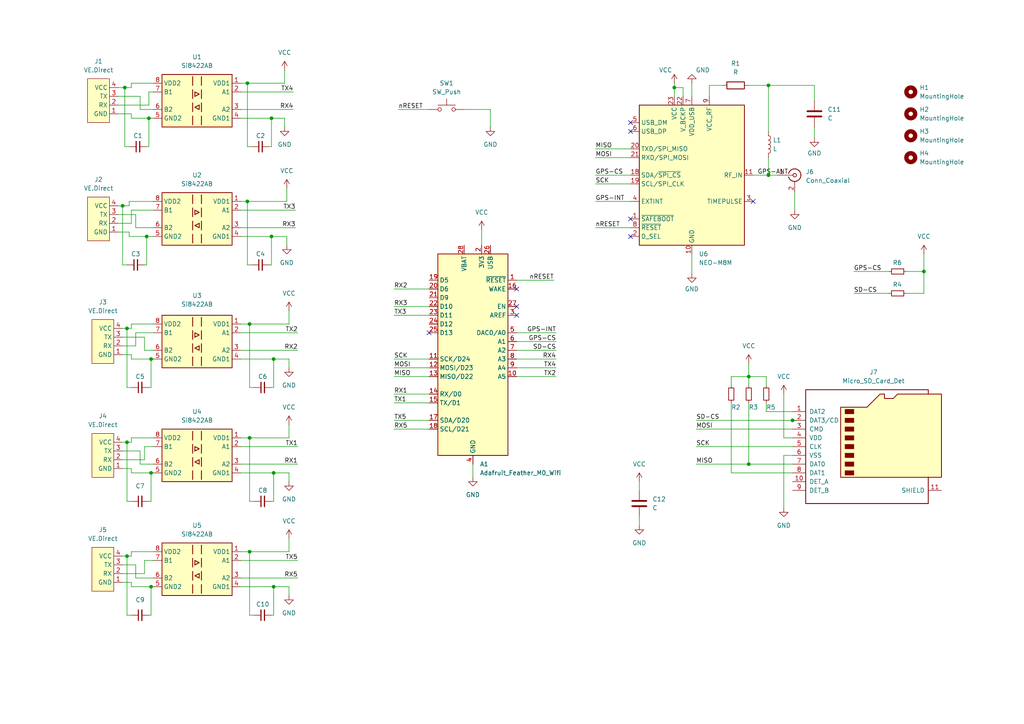
<source format=kicad_sch>
(kicad_sch (version 20211123) (generator eeschema)
  (paper "A4")
  (lib_symbols
    (symbol "Connector:Conn_Coaxial" (pin_names (offset 1.016) hide)
      (property "Reference" "J" (at 0.254 3.048 0))
      (property "Value" "Conn_Coaxial" (at 2.921 0 90))
      (symbol "Conn_Coaxial_0_1"
        (arc (start -1.778 -0.508) (mid 0.2311 -1.8066) (end 1.778 0) (stroke (width 0.254)))
        (polyline (pts (xy -2.54 0) (xy -0.508 0)))
        (polyline (pts (xy 0 -2.54) (xy 0 -1.778)))
        (circle (center 0 0) (radius 0.508) (stroke (width 0.2032)))
        (arc (start 1.778 0) (mid 0.2099 1.8101) (end -1.778 0.508) (stroke (width 0.254)))
      )
      (symbol "Conn_Coaxial_1_1"
        (pin passive line (at -5.08 0 0) (length 2.54) (name "In") (number "1"))
        (pin passive line (at 0 -5.08 90) (length 2.54) (name "Ext") (number "2"))
      )
    )
    (symbol "Connector:Micro_SD_Card_Det" (pin_names (offset 1.016))
      (property "Reference" "J" (at -16.51 17.78 0))
      (property "Value" "Micro_SD_Card_Det" (at 16.51 17.78 0))
      (symbol "Micro_SD_Card_Det_0_1"
        (rectangle (start -7.62 -6.985) (end -5.08 -8.255) (fill (type outline)))
        (rectangle (start -7.62 -4.445) (end -5.08 -5.715) (fill (type outline)))
        (rectangle (start -7.62 -1.905) (end -5.08 -3.175) (fill (type outline)))
        (rectangle (start -7.62 0.635) (end -5.08 -0.635) (fill (type outline)))
        (rectangle (start -7.62 3.175) (end -5.08 1.905) (fill (type outline)))
        (rectangle (start -7.62 5.715) (end -5.08 4.445) (fill (type outline)))
        (rectangle (start -7.62 8.255) (end -5.08 6.985) (fill (type outline)))
        (rectangle (start -7.62 10.795) (end -5.08 9.525) (fill (type outline)))
        (polyline (pts (xy 16.51 15.24) (xy 16.51 16.51) (xy -19.05 16.51) (xy -19.05 -16.51) (xy 16.51 -16.51) (xy 16.51 -8.89)) (stroke (width 0.254)))
        (polyline (pts (xy -8.89 -8.89) (xy -8.89 11.43) (xy -1.27 11.43) (xy 2.54 15.24) (xy 3.81 15.24) (xy 3.81 13.97) (xy 6.35 13.97) (xy 7.62 15.24) (xy 20.32 15.24) (xy 20.32 -8.89) (xy -8.89 -8.89)) (stroke (width 0.254)) (fill (type background)))
      )
      (symbol "Micro_SD_Card_Det_1_1"
        (pin bidirectional line (at -22.86 10.16 0) (length 3.81) (name "DAT2") (number "1"))
        (pin passive line (at -22.86 -10.16 0) (length 3.81) (name "DET_A") (number "10"))
        (pin passive line (at 20.32 -12.7 180) (length 3.81) (name "SHIELD") (number "11"))
        (pin bidirectional line (at -22.86 7.62 0) (length 3.81) (name "DAT3/CD") (number "2"))
        (pin input line (at -22.86 5.08 0) (length 3.81) (name "CMD") (number "3"))
        (pin power_in line (at -22.86 2.54 0) (length 3.81) (name "VDD") (number "4"))
        (pin input line (at -22.86 0 0) (length 3.81) (name "CLK") (number "5"))
        (pin power_in line (at -22.86 -2.54 0) (length 3.81) (name "VSS") (number "6"))
        (pin bidirectional line (at -22.86 -5.08 0) (length 3.81) (name "DAT0") (number "7"))
        (pin bidirectional line (at -22.86 -7.62 0) (length 3.81) (name "DAT1") (number "8"))
        (pin passive line (at -22.86 -12.7 0) (length 3.81) (name "DET_B") (number "9"))
      )
    )
    (symbol "Device:C" (pin_numbers hide) (pin_names (offset 0.254))
      (property "Reference" "C" (at 0.635 2.54 0))
      (property "Value" "C" (at 0.635 -2.54 0))
      (symbol "C_0_1"
        (polyline (pts (xy -2.032 -0.762) (xy 2.032 -0.762)) (stroke (width 0.508)))
        (polyline (pts (xy -2.032 0.762) (xy 2.032 0.762)) (stroke (width 0.508)))
      )
      (symbol "C_1_1"
        (pin passive line (at 0 3.81 270) (length 2.794) (name "~") (number "1"))
        (pin passive line (at 0 -3.81 90) (length 2.794) (name "~") (number "2"))
      )
    )
    (symbol "Device:C_Small" (pin_numbers hide) (pin_names (offset 0.254) hide)
      (property "Reference" "C" (at 0.254 1.778 0))
      (property "Value" "C_Small" (at 0.254 -2.032 0))
      (symbol "C_Small_0_1"
        (polyline (pts (xy -1.524 -0.508) (xy 1.524 -0.508)) (stroke (width 0.3302)))
        (polyline (pts (xy -1.524 0.508) (xy 1.524 0.508)) (stroke (width 0.3048)))
      )
      (symbol "C_Small_1_1"
        (pin passive line (at 0 2.54 270) (length 2.032) (name "~") (number "1"))
        (pin passive line (at 0 -2.54 90) (length 2.032) (name "~") (number "2"))
      )
    )
    (symbol "Device:L" (pin_numbers hide) (pin_names (offset 1.016) hide)
      (property "Reference" "L" (at -1.27 0 90))
      (property "Value" "L" (at 1.905 0 90))
      (symbol "L_0_1"
        (arc (start 0 -2.54) (mid 0.635 -1.905) (end 0 -1.27))
        (arc (start 0 -1.27) (mid 0.635 -0.635) (end 0 0))
        (arc (start 0 0) (mid 0.635 0.635) (end 0 1.27))
        (arc (start 0 1.27) (mid 0.635 1.905) (end 0 2.54))
      )
      (symbol "L_1_1"
        (pin passive line (at 0 3.81 270) (length 1.27) (name "1") (number "1"))
        (pin passive line (at 0 -3.81 90) (length 1.27) (name "2") (number "2"))
      )
    )
    (symbol "Device:R" (pin_numbers hide) (pin_names (offset 0))
      (property "Reference" "R" (at 2.032 0 90))
      (property "Value" "R" (at 0 0 90))
      (symbol "R_0_1"
        (rectangle (start -1.016 -2.54) (end 1.016 2.54) (stroke (width 0.254)))
      )
      (symbol "R_1_1"
        (pin passive line (at 0 3.81 270) (length 1.27) (name "~") (number "1"))
        (pin passive line (at 0 -3.81 90) (length 1.27) (name "~") (number "2"))
      )
    )
    (symbol "Device:R_Small" (pin_numbers hide) (pin_names (offset 0.254) hide)
      (property "Reference" "R" (at 0.762 0.508 0))
      (property "Value" "R_Small" (at 0.762 -1.016 0))
      (symbol "R_Small_0_1"
        (rectangle (start -0.762 1.778) (end 0.762 -1.778) (stroke (width 0.2032)))
      )
      (symbol "R_Small_1_1"
        (pin passive line (at 0 2.54 270) (length 0.762) (name "~") (number "1"))
        (pin passive line (at 0 -2.54 90) (length 0.762) (name "~") (number "2"))
      )
    )
    (symbol "Isolator:Si8422AB"
      (property "Reference" "U" (at -9.525 0 0))
      (property "Value" "Si8422AB" (at 5.715 0 0))
      (symbol "Si8422AB_0_1"
        (rectangle (start -10.16 -1.27) (end 10.16 -16.51) (stroke (width 0.254)) (fill (type background)))
        (polyline (pts (xy -1.27 -13.335) (xy -1.27 -15.875)) (stroke (width 0.254)))
        (polyline (pts (xy -1.27 -9.525) (xy -1.27 -12.065)) (stroke (width 0.254)))
        (polyline (pts (xy -1.27 -5.715) (xy -1.27 -8.255)) (stroke (width 0.254)))
        (polyline (pts (xy -1.27 -1.905) (xy -1.27 -4.445)) (stroke (width 0.254)))
        (polyline (pts (xy 1.27 -13.335) (xy 1.27 -15.875)) (stroke (width 0.254)))
        (polyline (pts (xy 1.27 -9.525) (xy 1.27 -12.065)) (stroke (width 0.254)))
        (polyline (pts (xy 1.27 -5.715) (xy 1.27 -8.255)) (stroke (width 0.254)))
        (polyline (pts (xy 1.27 -1.905) (xy 1.27 -4.445)) (stroke (width 0.254)))
        (polyline (pts (xy -0.635 -10.16) (xy -0.635 -11.43) (xy 0.635 -10.795) (xy -0.635 -10.16)) (stroke (width 0.254)))
        (polyline (pts (xy 0.635 -7.62) (xy -0.635 -6.985) (xy 0.635 -6.35) (xy 0.635 -7.62)) (stroke (width 0.254)))
      )
      (symbol "Si8422AB_1_1"
        (pin power_in line (at -12.7 -3.81 0) (length 2.54) (name "VDD1") (number "1"))
        (pin output line (at -12.7 -6.35 0) (length 2.54) (name "A1") (number "2"))
        (pin input line (at -12.7 -11.43 0) (length 2.54) (name "A2") (number "3"))
        (pin power_in line (at -12.7 -13.97 0) (length 2.54) (name "GND1") (number "4"))
        (pin power_in line (at 12.7 -13.97 180) (length 2.54) (name "GND2") (number "5"))
        (pin output line (at 12.7 -11.43 180) (length 2.54) (name "B2") (number "6"))
        (pin input line (at 12.7 -6.35 180) (length 2.54) (name "B1") (number "7"))
        (pin power_in line (at 12.7 -3.81 180) (length 2.54) (name "VDD2") (number "8"))
      )
    )
    (symbol "MCU_Module:Adafruit_Feather_M0_Wifi"
      (property "Reference" "A" (at -10.16 29.21 0))
      (property "Value" "Adafruit_Feather_M0_Wifi" (at 2.54 -31.75 0))
      (symbol "Adafruit_Feather_M0_Wifi_0_1"
        (rectangle (start -10.16 27.94) (end 10.16 -30.48) (stroke (width 0.254)) (fill (type background)))
      )
      (symbol "Adafruit_Feather_M0_Wifi_1_1"
        (pin input line (at 12.7 20.32 180) (length 2.54) (name "~{RESET}") (number "1"))
        (pin bidirectional line (at 12.7 -7.62 180) (length 2.54) (name "A5") (number "10"))
        (pin bidirectional line (at -12.7 -2.54 0) (length 2.54) (name "SCK/D24") (number "11"))
        (pin bidirectional line (at -12.7 -5.08 0) (length 2.54) (name "MOSI/D23") (number "12"))
        (pin bidirectional line (at -12.7 -7.62 0) (length 2.54) (name "MISO/D22") (number "13"))
        (pin bidirectional line (at -12.7 -12.7 0) (length 2.54) (name "RX/D0") (number "14"))
        (pin bidirectional line (at -12.7 -15.24 0) (length 2.54) (name "TX/D1") (number "15"))
        (pin input line (at 12.7 17.78 180) (length 2.54) (name "WAKE") (number "16"))
        (pin bidirectional line (at -12.7 -20.32 0) (length 2.54) (name "SDA/D20") (number "17"))
        (pin bidirectional line (at -12.7 -22.86 0) (length 2.54) (name "SCL/D21") (number "18"))
        (pin bidirectional line (at -12.7 20.32 0) (length 2.54) (name "D5") (number "19"))
        (pin power_in line (at 2.54 30.48 270) (length 2.54) (name "3V3") (number "2"))
        (pin bidirectional line (at -12.7 17.78 0) (length 2.54) (name "D6") (number "20"))
        (pin bidirectional line (at -12.7 15.24 0) (length 2.54) (name "D9") (number "21"))
        (pin bidirectional line (at -12.7 12.7 0) (length 2.54) (name "D10") (number "22"))
        (pin bidirectional line (at -12.7 10.16 0) (length 2.54) (name "D11") (number "23"))
        (pin bidirectional line (at -12.7 7.62 0) (length 2.54) (name "D12") (number "24"))
        (pin bidirectional line (at -12.7 5.08 0) (length 2.54) (name "D13") (number "25"))
        (pin power_in line (at 5.08 30.48 270) (length 2.54) (name "USB") (number "26"))
        (pin input line (at 12.7 12.7 180) (length 2.54) (name "EN") (number "27"))
        (pin power_in line (at -2.54 30.48 270) (length 2.54) (name "VBAT") (number "28"))
        (pin input line (at 12.7 10.16 180) (length 2.54) (name "AREF") (number "3"))
        (pin power_in line (at 0 -33.02 90) (length 2.54) (name "GND") (number "4"))
        (pin bidirectional line (at 12.7 5.08 180) (length 2.54) (name "DAC0/A0") (number "5"))
        (pin bidirectional line (at 12.7 2.54 180) (length 2.54) (name "A1") (number "6"))
        (pin bidirectional line (at 12.7 0 180) (length 2.54) (name "A2") (number "7"))
        (pin bidirectional line (at 12.7 -2.54 180) (length 2.54) (name "A3") (number "8"))
        (pin bidirectional line (at 12.7 -5.08 180) (length 2.54) (name "A4") (number "9"))
      )
    )
    (symbol "Mechanical:MountingHole" (pin_names (offset 1.016))
      (property "Reference" "H" (at 0 5.08 0))
      (property "Value" "MountingHole" (at 0 3.175 0))
      (symbol "MountingHole_0_1"
        (circle (center 0 0) (radius 1.27) (stroke (width 1.27)))
      )
    )
    (symbol "Parts:VE.Direct"
      (property "Reference" "J" (at 1.27 -13.97 0))
      (property "Value" "VE.Direct" (at 5.08 1.27 0))
      (symbol "VE.Direct_0_1"
        (rectangle (start 0 0) (end 6.35 -12.7) (fill (type background)))
      )
      (symbol "VE.Direct_1_1"
        (pin power_in line (at -2.54 -10.16 0) (length 2.54) (name "GND") (number "1"))
        (pin input line (at -2.54 -7.62 0) (length 2.54) (name "RX") (number "2"))
        (pin output line (at -2.54 -5.08 0) (length 2.54) (name "TX") (number "3"))
        (pin power_in line (at -2.54 -2.54 0) (length 2.54) (name "VCC") (number "4"))
      )
    )
    (symbol "RF_GPS:NEO-M8M"
      (property "Reference" "U" (at -13.97 21.59 0))
      (property "Value" "NEO-M8M" (at 11.43 21.59 0))
      (symbol "NEO-M8M_0_1"
        (rectangle (start -15.24 20.32) (end 15.24 -20.32) (stroke (width 0.254)) (fill (type background)))
      )
      (symbol "NEO-M8M_1_1"
        (pin input line (at -17.78 -12.7 0) (length 2.54) (name "~{SAFEBOOT}") (number "1"))
        (pin power_in line (at 0 -22.86 90) (length 2.54) (name "GND") (number "10"))
        (pin input line (at 17.78 0 180) (length 2.54) (name "RF_IN") (number "11"))
        (pin passive line (at 0 -22.86 90) (length 2.54) hide (name "GND") (number "12"))
        (pin passive line (at 0 -22.86 90) (length 2.54) hide (name "GND") (number "13"))
        (pin no_connect line (at 15.24 -10.16 180) (length 2.54) hide (name "RESERVED") (number "14"))
        (pin no_connect line (at 15.24 -12.7 180) (length 2.54) hide (name "RESERVED") (number "15"))
        (pin no_connect line (at 15.24 -15.24 180) (length 2.54) hide (name "RESERVED") (number "16"))
        (pin no_connect line (at 15.24 -17.78 180) (length 2.54) hide (name "RESERVED") (number "17"))
        (pin bidirectional line (at -17.78 0 0) (length 2.54) (name "SDA/~{SPI_CS}") (number "18"))
        (pin input line (at -17.78 -2.54 0) (length 2.54) (name "SCL/SPI_CLK") (number "19"))
        (pin input line (at -17.78 -17.78 0) (length 2.54) (name "D_SEL") (number "2"))
        (pin output line (at -17.78 7.62 0) (length 2.54) (name "TXD/SPI_MISO") (number "20"))
        (pin input line (at -17.78 5.08 0) (length 2.54) (name "RXD/SPI_MOSI") (number "21"))
        (pin power_in line (at -2.54 22.86 270) (length 2.54) (name "V_BCKP") (number "22"))
        (pin power_in line (at -5.08 22.86 270) (length 2.54) (name "VCC") (number "23"))
        (pin passive line (at 0 -22.86 90) (length 2.54) hide (name "GND") (number "24"))
        (pin output line (at 17.78 -7.62 180) (length 2.54) (name "TIMEPULSE") (number "3"))
        (pin input line (at -17.78 -7.62 0) (length 2.54) (name "EXTINT") (number "4"))
        (pin bidirectional line (at -17.78 15.24 0) (length 2.54) (name "USB_DM") (number "5"))
        (pin bidirectional line (at -17.78 12.7 0) (length 2.54) (name "USB_DP") (number "6"))
        (pin power_in line (at 0 22.86 270) (length 2.54) (name "VDD_USB") (number "7"))
        (pin input line (at -17.78 -15.24 0) (length 2.54) (name "~{RESET}") (number "8"))
        (pin power_out line (at 5.08 22.86 270) (length 2.54) (name "VCC_RF") (number "9"))
      )
    )
    (symbol "Switch:SW_Push" (pin_numbers hide) (pin_names (offset 1.016) hide)
      (property "Reference" "SW" (at 1.27 2.54 0))
      (property "Value" "SW_Push" (at 0 -1.524 0))
      (symbol "SW_Push_0_1"
        (circle (center -2.032 0) (radius 0.508))
        (polyline (pts (xy 0 1.27) (xy 0 3.048)))
        (polyline (pts (xy 2.54 1.27) (xy -2.54 1.27)))
        (circle (center 2.032 0) (radius 0.508))
        (pin passive line (at -5.08 0 0) (length 2.54) (name "1") (number "1"))
        (pin passive line (at 5.08 0 180) (length 2.54) (name "2") (number "2"))
      )
    )
    (symbol "VE.Direct_2"
      (property "Reference" "J" (at 1.27 -13.97 0))
      (property "Value" "VE.Direct_2" (at 5.08 1.27 0))
      (symbol "VE.Direct_2_0_1"
        (rectangle (start 0 0) (end 6.35 -12.7) (fill (type background)))
      )
      (symbol "VE.Direct_2_1_1"
        (pin power_in line (at -2.54 -10.16 0) (length 2.54) (name "GND") (number "1"))
        (pin input line (at -2.54 -7.62 0) (length 2.54) (name "RX") (number "2"))
        (pin output line (at -2.54 -5.08 0) (length 2.54) (name "TX") (number "3"))
        (pin power_in line (at -2.54 -2.54 0) (length 2.54) (name "VCC") (number "4"))
      )
    )
    (symbol "VE.Direct_3"
      (property "Reference" "J" (at 1.27 -13.97 0))
      (property "Value" "VE.Direct_3" (at 5.08 1.27 0))
      (symbol "VE.Direct_3_0_1"
        (rectangle (start 0 0) (end 6.35 -12.7) (fill (type background)))
      )
      (symbol "VE.Direct_3_1_1"
        (pin power_in line (at -2.54 -10.16 0) (length 2.54) (name "GND") (number "1"))
        (pin input line (at -2.54 -7.62 0) (length 2.54) (name "RX") (number "2"))
        (pin output line (at -2.54 -5.08 0) (length 2.54) (name "TX") (number "3"))
        (pin power_in line (at -2.54 -2.54 0) (length 2.54) (name "VCC") (number "4"))
      )
    )
    (symbol "power:GND" (power) (pin_names (offset 0))
      (property "Value" "GND" (at 0 -3.81 0))
      (symbol "GND_0_1"
        (polyline (pts (xy 0 0) (xy 0 -1.27) (xy 1.27 -1.27) (xy 0 -2.54) (xy -1.27 -1.27) (xy 0 -1.27)))
      )
      (symbol "GND_1_1"
        (pin power_in line (at 0 0 270) (length 0) hide (name "GND") (number "1"))
      )
    )
    (symbol "power:VCC" (power) (pin_names (offset 0))
      (property "Value" "VCC" (at 0 3.81 0))
      (symbol "VCC_0_1"
        (polyline (pts (xy -0.762 1.27) (xy 0 2.54)))
        (polyline (pts (xy 0 0) (xy 0 2.54)))
        (polyline (pts (xy 0 2.54) (xy 0.762 1.27)))
      )
      (symbol "VCC_1_1"
        (pin power_in line (at 0 0 90) (length 0) hide (name "VCC") (number "1"))
      )
    )
  )
  (junction (at 36.83 95.25))
  (junction (at 229.87 121.92))
  (junction (at 43.18 34.29))
  (junction (at 72.39 160.02))
  (junction (at 79.375 170.18))
  (junction (at 78.74 34.29))
  (junction (at 43.815 104.14))
  (junction (at 72.39 93.98))
  (junction (at 78.74 68.58))
  (junction (at 43.815 137.16))
  (junction (at 79.375 137.16))
  (junction (at 195.58 25.4))
  (junction (at 71.755 58.42))
  (junction (at 79.375 104.14))
  (junction (at 222.885 24.765))
  (junction (at 217.17 109.22))
  (junction (at 35.56 59.69))
  (junction (at 71.755 24.13))
  (junction (at 42.545 68.58))
  (junction (at 267.97 78.74))
  (junction (at 36.83 161.29))
  (junction (at 36.195 25.4))
  (junction (at 222.885 50.8))
  (junction (at 217.17 134.62))
  (junction (at 36.83 128.27))
  (junction (at 72.39 127))
  (junction (at 43.815 170.18))
  (no_connect (at 182.88 63.5))
  (no_connect (at 182.88 68.58))
  (no_connect (at 182.88 35.56))
  (no_connect (at 182.88 38.1))
  (no_connect (at 218.44 58.42))
  (no_connect (at 124.46 96.52))
  (no_connect (at 149.86 83.82))
  (no_connect (at 149.86 88.9))
  (no_connect (at 149.86 91.44))
  (no_connect (at -28.575 -8.89))
  (wire (pts (xy 44.45 66.04) (xy 39.37 66.04)))
  (wire (pts (xy 222.25 119.38) (xy 222.25 116.84)))
  (wire (pts (xy 185.42 139.7) (xy 185.42 142.24)))
  (wire (pts (xy 71.755 58.42) (xy 71.755 76.835)))
  (wire (pts (xy 41.91 133.35) (xy 41.91 129.54)))
  (wire (pts (xy 69.85 58.42) (xy 71.755 58.42)))
  (wire (pts (xy 38.1 25.4) (xy 38.1 24.13)))
  (wire (pts (xy 139.7 66.675) (xy 139.7 71.12)))
  (wire (pts (xy 79.375 170.18) (xy 83.82 170.18)))
  (wire (pts (xy 37.465 42.545) (xy 36.195 42.545)))
  (wire (pts (xy 229.87 119.38) (xy 222.25 119.38)))
  (wire (pts (xy 35.56 59.69) (xy 37.465 59.69)))
  (wire (pts (xy 38.1 34.29) (xy 43.18 34.29)))
  (wire (pts (xy 36.195 25.4) (xy 38.1 25.4)))
  (wire (pts (xy 42.545 42.545) (xy 43.18 42.545)))
  (wire (pts (xy 83.185 58.42) (xy 83.185 54.61)))
  (wire (pts (xy 217.17 116.84) (xy 217.17 134.62)))
  (wire (pts (xy 72.39 160.02) (xy 72.39 178.435)))
  (wire (pts (xy 114.3 109.22) (xy 124.46 109.22)))
  (wire (pts (xy 43.18 112.395) (xy 43.815 112.395)))
  (wire (pts (xy 114.3 91.44) (xy 124.46 91.44)))
  (wire (pts (xy 142.24 31.75) (xy 142.24 36.83)))
  (wire (pts (xy 79.375 137.16) (xy 83.82 137.16)))
  (wire (pts (xy 36.83 95.25) (xy 36.83 112.395)))
  (wire (pts (xy 114.3 106.68) (xy 124.46 106.68)))
  (wire (pts (xy 35.56 168.91) (xy 38.1 168.91)))
  (wire (pts (xy 267.97 78.74) (xy 267.97 73.66)))
  (wire (pts (xy 218.44 50.8) (xy 222.885 50.8)))
  (wire (pts (xy 36.83 128.27) (xy 36.83 145.415)))
  (wire (pts (xy 69.85 127) (xy 72.39 127)))
  (wire (pts (xy 43.18 34.29) (xy 43.18 42.545)))
  (wire (pts (xy 114.3 83.82) (xy 124.46 83.82)))
  (wire (pts (xy 69.85 101.6) (xy 86.36 101.6)))
  (wire (pts (xy 79.375 104.14) (xy 79.375 112.395)))
  (wire (pts (xy 35.56 161.29) (xy 36.83 161.29)))
  (wire (pts (xy 73.025 76.835) (xy 71.755 76.835)))
  (wire (pts (xy 69.85 26.67) (xy 85.09 26.67)))
  (wire (pts (xy 38.1 104.14) (xy 43.815 104.14)))
  (wire (pts (xy 73.66 178.435) (xy 72.39 178.435)))
  (wire (pts (xy 35.56 135.89) (xy 38.1 135.89)))
  (wire (pts (xy 42.545 68.58) (xy 42.545 76.835)))
  (wire (pts (xy 217.17 24.765) (xy 222.885 24.765)))
  (wire (pts (xy 227.33 127) (xy 229.87 127)))
  (wire (pts (xy 78.105 42.545) (xy 78.74 42.545)))
  (wire (pts (xy 236.22 36.83) (xy 236.22 40.005)))
  (wire (pts (xy 35.56 102.87) (xy 38.1 102.87)))
  (wire (pts (xy 82.55 34.29) (xy 82.55 36.83)))
  (wire (pts (xy 39.37 66.04) (xy 39.37 62.23)))
  (wire (pts (xy 38.1 112.395) (xy 36.83 112.395)))
  (wire (pts (xy 34.29 64.77) (xy 38.1 64.77)))
  (wire (pts (xy 78.74 68.58) (xy 78.74 76.835)))
  (wire (pts (xy 35.56 128.27) (xy 36.83 128.27)))
  (wire (pts (xy 34.29 27.94) (xy 40.64 27.94)))
  (wire (pts (xy 38.1 168.91) (xy 38.1 170.18)))
  (wire (pts (xy 39.37 62.23) (xy 34.29 62.23)))
  (wire (pts (xy 201.93 129.54) (xy 229.87 129.54)))
  (wire (pts (xy 172.72 50.8) (xy 182.88 50.8)))
  (wire (pts (xy 172.72 45.72) (xy 182.88 45.72)))
  (wire (pts (xy 229.87 132.08) (xy 227.33 132.08)))
  (wire (pts (xy 172.72 58.42) (xy 182.88 58.42)))
  (wire (pts (xy 43.18 26.67) (xy 43.18 30.48)))
  (wire (pts (xy 78.74 34.29) (xy 82.55 34.29)))
  (wire (pts (xy 69.85 96.52) (xy 86.36 96.52)))
  (wire (pts (xy 195.58 24.13) (xy 195.58 25.4)))
  (wire (pts (xy 69.85 66.04) (xy 85.725 66.04)))
  (wire (pts (xy 217.17 109.22) (xy 217.17 111.76)))
  (wire (pts (xy 149.86 96.52) (xy 161.29 96.52)))
  (wire (pts (xy 41.91 97.79) (xy 41.91 101.6)))
  (wire (pts (xy 114.3 114.3) (xy 124.46 114.3)))
  (wire (pts (xy 73.025 42.545) (xy 71.755 42.545)))
  (wire (pts (xy 200.66 73.66) (xy 200.66 79.375)))
  (wire (pts (xy 72.39 127) (xy 83.82 127)))
  (wire (pts (xy 36.83 76.835) (xy 35.56 76.835)))
  (wire (pts (xy 73.66 112.395) (xy 72.39 112.395)))
  (wire (pts (xy 222.885 24.765) (xy 222.885 38.1)))
  (wire (pts (xy 149.86 81.28) (xy 160.655 81.28)))
  (wire (pts (xy 222.885 50.8) (xy 225.425 50.8)))
  (wire (pts (xy 201.93 124.46) (xy 229.87 124.46)))
  (wire (pts (xy 39.37 163.83) (xy 35.56 163.83)))
  (wire (pts (xy 236.22 24.765) (xy 222.885 24.765)))
  (wire (pts (xy 40.64 134.62) (xy 40.64 130.81)))
  (wire (pts (xy 149.86 106.68) (xy 161.29 106.68)))
  (wire (pts (xy 83.82 160.02) (xy 83.82 156.21)))
  (wire (pts (xy 44.45 31.75) (xy 40.64 31.75)))
  (wire (pts (xy 247.65 78.74) (xy 257.81 78.74)))
  (wire (pts (xy 41.91 76.835) (xy 42.545 76.835)))
  (wire (pts (xy 69.85 170.18) (xy 79.375 170.18)))
  (wire (pts (xy 78.74 112.395) (xy 79.375 112.395)))
  (wire (pts (xy 36.83 128.27) (xy 38.1 128.27)))
  (wire (pts (xy 267.97 85.09) (xy 267.97 78.74)))
  (wire (pts (xy 41.91 166.37) (xy 41.91 162.56)))
  (wire (pts (xy 40.64 31.75) (xy 40.64 27.94)))
  (wire (pts (xy 72.39 127) (xy 72.39 145.415)))
  (wire (pts (xy 69.85 93.98) (xy 72.39 93.98)))
  (wire (pts (xy 43.815 170.18) (xy 44.45 170.18)))
  (wire (pts (xy 38.1 128.27) (xy 38.1 127)))
  (wire (pts (xy 134.62 31.75) (xy 142.24 31.75)))
  (wire (pts (xy 34.29 59.69) (xy 35.56 59.69)))
  (wire (pts (xy 38.1 145.415) (xy 36.83 145.415)))
  (wire (pts (xy 42.545 68.58) (xy 44.45 68.58)))
  (wire (pts (xy 34.29 33.02) (xy 38.1 33.02)))
  (wire (pts (xy 69.85 60.96) (xy 85.725 60.96)))
  (wire (pts (xy 36.83 95.25) (xy 38.1 95.25)))
  (wire (pts (xy 149.86 101.6) (xy 161.29 101.6)))
  (wire (pts (xy 229.87 121.92) (xy 231.14 121.92)))
  (wire (pts (xy 43.815 104.14) (xy 43.815 112.395)))
  (wire (pts (xy 35.56 166.37) (xy 41.91 166.37)))
  (wire (pts (xy 205.74 24.765) (xy 209.55 24.765)))
  (wire (pts (xy 69.85 162.56) (xy 86.36 162.56)))
  (wire (pts (xy 38.1 95.25) (xy 38.1 93.98)))
  (wire (pts (xy 41.91 129.54) (xy 44.45 129.54)))
  (wire (pts (xy 78.74 178.435) (xy 79.375 178.435)))
  (wire (pts (xy 217.17 109.22) (xy 222.25 109.22)))
  (wire (pts (xy 37.465 58.42) (xy 44.45 58.42)))
  (wire (pts (xy 36.195 25.4) (xy 36.195 42.545)))
  (wire (pts (xy 38.1 160.02) (xy 44.45 160.02)))
  (wire (pts (xy 201.93 121.92) (xy 229.87 121.92)))
  (wire (pts (xy 34.29 30.48) (xy 43.18 30.48)))
  (wire (pts (xy 83.82 127) (xy 83.82 123.19)))
  (wire (pts (xy 39.37 96.52) (xy 44.45 96.52)))
  (wire (pts (xy 247.65 85.09) (xy 257.81 85.09)))
  (wire (pts (xy 38.1 135.89) (xy 38.1 137.16)))
  (wire (pts (xy 73.66 145.415) (xy 72.39 145.415)))
  (wire (pts (xy 43.815 137.16) (xy 44.45 137.16)))
  (wire (pts (xy 83.82 170.18) (xy 83.82 172.72)))
  (wire (pts (xy 200.66 24.13) (xy 200.66 27.94)))
  (wire (pts (xy 149.86 99.06) (xy 161.29 99.06)))
  (wire (pts (xy 114.3 88.9) (xy 124.46 88.9)))
  (wire (pts (xy 262.89 85.09) (xy 267.97 85.09)))
  (wire (pts (xy 35.56 59.69) (xy 35.56 76.835)))
  (wire (pts (xy 222.25 109.22) (xy 222.25 111.76)))
  (wire (pts (xy 71.755 24.13) (xy 82.55 24.13)))
  (wire (pts (xy 34.29 67.31) (xy 37.465 67.31)))
  (wire (pts (xy 227.33 114.3) (xy 227.33 127)))
  (wire (pts (xy 43.18 178.435) (xy 43.815 178.435)))
  (wire (pts (xy 38.1 127) (xy 44.45 127)))
  (wire (pts (xy 38.1 161.29) (xy 38.1 160.02)))
  (wire (pts (xy 198.12 25.4) (xy 198.12 27.94)))
  (wire (pts (xy 114.3 116.84) (xy 124.46 116.84)))
  (wire (pts (xy 69.85 104.14) (xy 79.375 104.14)))
  (wire (pts (xy 201.93 134.62) (xy 217.17 134.62)))
  (wire (pts (xy 83.185 68.58) (xy 83.185 71.12)))
  (wire (pts (xy 36.83 161.29) (xy 38.1 161.29)))
  (wire (pts (xy 71.755 58.42) (xy 83.185 58.42)))
  (wire (pts (xy 217.17 134.62) (xy 229.87 134.62)))
  (wire (pts (xy 79.375 137.16) (xy 79.375 145.415)))
  (wire (pts (xy 43.18 145.415) (xy 43.815 145.415)))
  (wire (pts (xy 37.465 68.58) (xy 42.545 68.58)))
  (wire (pts (xy 69.85 134.62) (xy 86.36 134.62)))
  (wire (pts (xy 114.3 121.92) (xy 124.46 121.92)))
  (wire (pts (xy 69.85 129.54) (xy 86.36 129.54)))
  (wire (pts (xy 222.885 45.72) (xy 222.885 50.8)))
  (wire (pts (xy 83.82 104.14) (xy 83.82 106.68)))
  (wire (pts (xy 83.82 93.98) (xy 83.82 90.17)))
  (wire (pts (xy 43.815 104.14) (xy 44.45 104.14)))
  (wire (pts (xy 198.12 25.4) (xy 195.58 25.4)))
  (wire (pts (xy 43.815 137.16) (xy 43.815 145.415)))
  (wire (pts (xy 172.72 43.18) (xy 182.88 43.18)))
  (wire (pts (xy 37.465 67.31) (xy 37.465 68.58)))
  (wire (pts (xy 69.85 137.16) (xy 79.375 137.16)))
  (wire (pts (xy 44.45 134.62) (xy 40.64 134.62)))
  (wire (pts (xy 82.55 24.13) (xy 82.55 20.32)))
  (wire (pts (xy 37.465 59.69) (xy 37.465 58.42)))
  (wire (pts (xy 78.74 68.58) (xy 83.185 68.58)))
  (wire (pts (xy 195.58 25.4) (xy 195.58 27.94)))
  (wire (pts (xy 38.1 60.96) (xy 44.45 60.96)))
  (wire (pts (xy 229.87 137.16) (xy 212.09 137.16)))
  (wire (pts (xy 78.74 34.29) (xy 78.74 42.545)))
  (wire (pts (xy 38.1 33.02) (xy 38.1 34.29)))
  (wire (pts (xy 172.72 53.34) (xy 182.88 53.34)))
  (wire (pts (xy 69.85 24.13) (xy 71.755 24.13)))
  (wire (pts (xy 72.39 93.98) (xy 72.39 112.395)))
  (wire (pts (xy 69.85 68.58) (xy 78.74 68.58)))
  (wire (pts (xy 35.56 130.81) (xy 40.64 130.81)))
  (wire (pts (xy 114.3 124.46) (xy 124.46 124.46)))
  (wire (pts (xy 115.57 31.75) (xy 124.46 31.75)))
  (wire (pts (xy 41.91 162.56) (xy 44.45 162.56)))
  (wire (pts (xy 38.1 24.13) (xy 44.45 24.13)))
  (wire (pts (xy 38.1 64.77) (xy 38.1 60.96)))
  (wire (pts (xy 149.86 104.14) (xy 161.29 104.14)))
  (wire (pts (xy 39.37 100.33) (xy 39.37 96.52)))
  (wire (pts (xy 38.1 170.18) (xy 43.815 170.18)))
  (wire (pts (xy 38.1 137.16) (xy 43.815 137.16)))
  (wire (pts (xy 262.89 78.74) (xy 267.97 78.74)))
  (wire (pts (xy 44.45 26.67) (xy 43.18 26.67)))
  (wire (pts (xy 69.85 160.02) (xy 72.39 160.02)))
  (wire (pts (xy 41.91 101.6) (xy 44.45 101.6)))
  (wire (pts (xy 69.85 34.29) (xy 78.74 34.29)))
  (wire (pts (xy 212.09 111.76) (xy 212.09 109.22)))
  (wire (pts (xy 79.375 104.14) (xy 83.82 104.14)))
  (wire (pts (xy 34.29 25.4) (xy 36.195 25.4)))
  (wire (pts (xy 172.72 66.04) (xy 182.88 66.04)))
  (wire (pts (xy 69.85 167.64) (xy 86.36 167.64)))
  (wire (pts (xy 35.56 95.25) (xy 36.83 95.25)))
  (wire (pts (xy 236.22 29.21) (xy 236.22 24.765)))
  (wire (pts (xy 83.82 137.16) (xy 83.82 139.7)))
  (wire (pts (xy 149.86 109.22) (xy 161.29 109.22)))
  (wire (pts (xy 35.56 100.33) (xy 39.37 100.33)))
  (wire (pts (xy 205.74 27.94) (xy 205.74 24.765)))
  (wire (pts (xy 39.37 163.83) (xy 39.37 167.64)))
  (wire (pts (xy 227.33 132.08) (xy 227.33 147.32)))
  (wire (pts (xy 69.85 31.75) (xy 85.09 31.75)))
  (wire (pts (xy 43.18 34.29) (xy 44.45 34.29)))
  (wire (pts (xy 38.1 178.435) (xy 36.83 178.435)))
  (wire (pts (xy 36.83 161.29) (xy 36.83 178.435)))
  (wire (pts (xy 212.09 109.22) (xy 217.17 109.22)))
  (wire (pts (xy 72.39 160.02) (xy 83.82 160.02)))
  (wire (pts (xy 71.755 24.13) (xy 71.755 42.545)))
  (wire (pts (xy 35.56 133.35) (xy 41.91 133.35)))
  (wire (pts (xy 38.1 93.98) (xy 44.45 93.98)))
  (wire (pts (xy 230.505 55.88) (xy 230.505 60.96)))
  (wire (pts (xy 185.42 149.86) (xy 185.42 152.4)))
  (wire (pts (xy 217.17 105.41) (xy 217.17 109.22)))
  (wire (pts (xy 78.105 76.835) (xy 78.74 76.835)))
  (wire (pts (xy 38.1 102.87) (xy 38.1 104.14)))
  (wire (pts (xy 35.56 97.79) (xy 41.91 97.79)))
  (wire (pts (xy 212.09 137.16) (xy 212.09 116.84)))
  (wire (pts (xy 137.16 134.62) (xy 137.16 138.43)))
  (wire (pts (xy 79.375 170.18) (xy 79.375 178.435)))
  (wire (pts (xy 114.3 104.14) (xy 124.46 104.14)))
  (wire (pts (xy 78.74 145.415) (xy 79.375 145.415)))
  (wire (pts (xy 39.37 167.64) (xy 44.45 167.64)))
  (wire (pts (xy 72.39 93.98) (xy 83.82 93.98)))
  (wire (pts (xy 43.815 170.18) (xy 43.815 178.435)))
  (label "SD-CS" (at 161.29 101.6 180))
  (label "SCK" (at 201.93 129.54 0))
  (label "RX3" (at 85.725 66.04 180))
  (label "RX1" (at 86.36 134.62 180))
  (label "RX5" (at 114.3 124.46 0))
  (label "RX1" (at 114.3 114.3 0))
  (label "RX4" (at 161.29 104.14 180))
  (label "RX5" (at 86.36 167.64 180))
  (label "RX4" (at 85.09 31.75 180))
  (label "SD-CS" (at 201.93 121.92 0))
  (label "TX5" (at 114.3 121.92 0))
  (label "RX2" (at 86.36 101.6 180))
  (label "RX2" (at 114.3 83.82 0))
  (label "GPS-INT" (at 172.72 58.42 0))
  (label "TX1" (at 86.36 129.54 180))
  (label "MOSI" (at 172.72 45.72 0))
  (label "TX1" (at 114.3 116.84 0))
  (label "GPS-INT" (at 161.29 96.52 180))
  (label "GPS-ANT" (at 219.71 50.8 0))
  (label "TX5" (at 86.36 162.56 180))
  (label "RX3" (at 114.3 88.9 0))
  (label "TX3" (at 114.3 91.44 0))
  (label "TX2" (at 86.36 96.52 180))
  (label "MOSI" (at 201.93 124.46 0))
  (label "GPS-CS" (at 172.72 50.8 0))
  (label "GPS-CS" (at 247.65 78.74 0))
  (label "TX4" (at 161.29 106.68 180))
  (label "SD-CS" (at 247.65 85.09 0))
  (label "nRESET" (at 115.57 31.75 0))
  (label "MISO" (at 114.3 109.22 0))
  (label "nRESET" (at 160.655 81.28 180))
  (label "MOSI" (at 114.3 106.68 0))
  (label "TX4" (at 85.09 26.67 180))
  (label "TX2" (at 161.29 109.22 180))
  (label "MISO" (at 172.72 43.18 0))
  (label "TX3" (at 85.725 60.96 180))
  (label "SCK" (at 114.3 104.14 0))
  (label "SCK" (at 172.72 53.34 0))
  (label "nRESET" (at 172.72 66.04 0))
  (label "GPS-CS" (at 161.29 99.06 180))
  (label "MISO" (at 201.93 134.62 0))
  (symbol (lib_id "power:VCC") (at 227.33 114.3 0) (unit 1)
    (property "Reference" "#PWR0104" (effects hide))
    (property "Value" "VCC" (at 227.33 109.22 0))
  )
  (symbol (lib_id "Device:C_Small") (at 40.64 178.435 90) (unit 1)
    (property "Reference" "C9" (at 40.6463 173.99 90))
    (property "Value" "C_Small" (effects hide))
    (property "Footprint" "Capacitor_SMD:C_0603_1608Metric_Pad1.08x0.95mm_HandSolder" (effects hide))
  )
  (symbol (lib_id "power:GND") (at 200.66 24.13 180) (unit 1)
    (property "Reference" "#PWR012" (effects hide))
    (property "Value" "GND" (at 203.835 20.32 0))
  )
  (symbol (lib_id "power:GND") (at 185.42 152.4 0) (unit 1)
    (property "Reference" "#PWR0106" (effects hide))
    (property "Value" "GND" (at 185.42 157.48 0))
  )
  (symbol (lib_id "Device:C_Small") (at 76.2 178.435 90) (unit 1)
    (property "Reference" "C10" (at 76.2 175.26 90))
    (property "Value" "C_Small" (effects hide))
    (property "Footprint" "Capacitor_SMD:C_0603_1608Metric_Pad1.08x0.95mm_HandSolder" (effects hide))
  )
  (symbol (lib_id "Device:L") (at 222.885 41.91 0) (unit 1)
    (property "Reference" "L1" (at 224.155 40.6399 0) (effects (justify left)))
    (property "Value" "L" (at 224.155 43.1799 0) (effects (justify left)))
    (property "Footprint" "Inductor_SMD:L_0603_1608Metric_Pad1.05x0.95mm_HandSolder" (effects hide))
  )
  (symbol (lib_id "RF_GPS:NEO-M8M") (at 200.66 50.8 0) (unit 1)
    (property "Reference" "U6" (at 202.6794 73.66 0) (effects (justify left)))
    (property "Value" "NEO-M8M" (at 202.6794 76.2 0) (effects (justify left)))
    (property "Footprint" "RF_GPS:ublox_NEO" (effects hide))
    (property "Datasheet" "https://www.u-blox.com/sites/default/files/NEO-M8-FW3_DataSheet_%28UBX-15031086%29.pdf" (effects hide))
  )
  (symbol (lib_id "power:VCC") (at 83.82 90.17 0) (unit 1)
    (property "Reference" "#PWR05" (effects hide))
    (property "Value" "VCC" (at 83.82 85.09 0))
  )
  (symbol (lib_id "power:GND") (at 200.66 79.375 0) (unit 1)
    (property "Reference" "#PWR016" (effects hide))
    (property "Value" "GND" (at 200.66 83.82 0))
  )
  (symbol (lib_id "Connector:Conn_Coaxial") (at 230.505 50.8 0) (unit 1)
    (property "Reference" "J6" (at 233.68 49.8231 0) (effects (justify left)))
    (property "Value" "Conn_Coaxial" (at 233.68 52.3631 0) (effects (justify left)))
    (property "Footprint" "Connector_Coaxial:SMA_Molex_73251-2120_EdgeMount_Horizontal" (effects hide))
    (property "Datasheet" " ~" (effects hide))
  )
  (symbol (lib_id "Mechanical:MountingHole") (at 264.16 39.37 0) (unit 1)
    (property "Reference" "H3" (at 266.7 38.0999 0) (effects (justify left)))
    (property "Value" "MountingHole" (at 266.7 40.6399 0) (effects (justify left)))
    (property "Footprint" "MountingHole:MountingHole_2.7mm_M2.5" (effects hide))
  )
  (symbol (lib_id "Device:C_Small") (at 40.64 112.395 90) (unit 1)
    (property "Reference" "C5" (at 40.64 109.22 90))
    (property "Value" "C_Small" (effects hide))
    (property "Footprint" "Capacitor_SMD:C_0603_1608Metric_Pad1.08x0.95mm_HandSolder" (effects hide))
  )
  (symbol (lib_id "MCU_Module:Adafruit_Feather_M0_Wifi") (at 137.16 101.6 0) (unit 1)
    (property "Reference" "A1" (at 139.1794 134.62 0) (effects (justify left)))
    (property "Value" "Adafruit_Feather_M0_Wifi" (at 139.1794 137.16 0) (effects (justify left)))
    (property "Footprint" "Module:Adafruit_Feather_M0_Wifi" (effects hide))
    (property "Datasheet" "https://cdn-learn.adafruit.com/downloads/pdf/adafruit-feather-m0-wifi-atwinc1500.pdf" (effects hide))
  )
  (symbol (lib_id "power:GND") (at 82.55 36.83 0) (unit 1)
    (property "Reference" "#PWR02" (effects hide))
    (property "Value" "GND" (at 82.55 41.91 0))
  )
  (symbol (lib_id "power:VCC") (at 139.7 66.675 0) (unit 1)
    (property "Reference" "#PWR015" (effects hide))
    (property "Value" "VCC" (at 139.7 61.595 0))
  )
  (symbol (lib_id "power:GND") (at 137.16 138.43 0) (unit 1)
    (property "Reference" "#PWR017" (effects hide))
    (property "Value" "GND" (at 137.16 143.51 0))
  )
  (symbol (lib_id "Isolator:Si8422AB") (at 57.15 20.32 0) (mirror y) (unit 1)
    (property "Reference" "U1" (at 57.15 16.51 0))
    (property "Value" "Si8422AB" (at 57.15 19.05 0))
    (property "Footprint" "Package_SO:SOIC-8_3.9x4.9mm_P1.27mm" (effects hide))
    (property "Datasheet" "https://www.skyworksinc.com/-/media/SkyWorks/SL/documents/public/data-sheets/Si841x-2x-DataSheet.pdf" (effects hide))
  )
  (symbol (lib_id "Device:R_Small") (at 260.35 78.74 90) (unit 1)
    (property "Reference" "R6" (at 261.62 76.2 90) (effects (justify left)))
    (property "Value" "R_Small" (effects hide))
    (property "Footprint" "Resistor_SMD:R_0603_1608Metric_Pad0.98x0.95mm_HandSolder" (effects hide))
  )
  (symbol (lib_id "power:GND") (at 83.82 106.68 0) (unit 1)
    (property "Reference" "#PWR06" (effects hide))
    (property "Value" "GND" (at 83.82 111.76 0))
  )
  (symbol (lib_id "power:VCC") (at 195.58 24.13 0) (unit 1)
    (property "Reference" "#PWR011" (effects hide))
    (property "Value" "VCC" (at 193.04 20.32 0))
  )
  (symbol (lib_id "power:GND") (at 83.185 71.12 0) (unit 1)
    (property "Reference" "#PWR04" (effects hide))
    (property "Value" "GND" (at 83.185 76.2 0))
  )
  (symbol (lib_id "power:GND") (at 236.22 40.005 0) (unit 1)
    (property "Reference" "#PWR013" (effects hide))
    (property "Value" "GND" (at 236.22 44.45 0))
  )
  (symbol (lib_id "Device:C_Small") (at 40.005 42.545 90) (unit 1)
    (property "Reference" "C1" (at 40.005 39.37 90))
    (property "Value" "C_Small" (effects hide))
    (property "Footprint" "Capacitor_SMD:C_0603_1608Metric_Pad1.08x0.95mm_HandSolder" (effects hide))
  )
  (symbol (lib_id "power:GND") (at 142.24 36.83 0) (unit 1)
    (property "Reference" "#PWR0101" (effects hide))
    (property "Value" "GND" (at 142.24 41.91 0))
  )
  (symbol (lib_id "Device:C_Small") (at 76.2 112.395 90) (unit 1)
    (property "Reference" "C6" (at 76.2 109.22 90))
    (property "Value" "C_Small" (effects hide))
    (property "Footprint" "Capacitor_SMD:C_0603_1608Metric_Pad1.08x0.95mm_HandSolder" (effects hide))
  )
  (symbol (lib_id "Device:R") (at 213.36 24.765 90) (unit 1)
    (property "Reference" "R1" (at 213.36 18.415 90))
    (property "Value" "R" (at 213.36 20.955 90))
    (property "Footprint" "Resistor_SMD:R_0603_1608Metric_Pad0.98x0.95mm_HandSolder" (effects hide))
  )
  (symbol (lib_id "Isolator:Si8422AB") (at 57.15 54.61 0) (mirror y) (unit 1)
    (property "Reference" "U2" (at 57.15 50.8 0))
    (property "Value" "Si8422AB" (at 57.15 53.34 0))
    (property "Footprint" "Package_SO:SOIC-8_3.9x4.9mm_P1.27mm" (effects hide))
    (property "Datasheet" "https://www.skyworksinc.com/-/media/SkyWorks/SL/documents/public/data-sheets/Si841x-2x-DataSheet.pdf" (effects hide))
  )
  (symbol (lib_id "Device:R_Small") (at 222.25 114.3 0) (unit 1)
    (property "Reference" "R5" (at 222.25 118.11 0) (effects (justify left)))
    (property "Value" "R_Small" (effects hide))
    (property "Footprint" "Resistor_SMD:R_0603_1608Metric_Pad0.98x0.95mm_HandSolder" (effects hide))
  )
  (symbol (lib_id "power:VCC") (at 217.17 105.41 0) (unit 1)
    (property "Reference" "#PWR0102" (effects hide))
    (property "Value" "VCC" (at 217.17 100.33 0))
  )
  (symbol (lib_id "Device:C_Small") (at 75.565 76.835 90) (unit 1)
    (property "Reference" "C4" (at 75.565 73.66 90))
    (property "Value" "C_Small" (effects hide))
    (property "Footprint" "Capacitor_SMD:C_0603_1608Metric_Pad1.08x0.95mm_HandSolder" (effects hide))
  )
  (symbol (lib_id "power:GND") (at 83.82 139.7 0) (unit 1)
    (property "Reference" "#PWR08" (effects hide))
    (property "Value" "GND" (at 83.82 144.78 0))
  )
  (symbol (lib_id "Device:R_Small") (at 217.17 114.3 0) (unit 1)
    (property "Reference" "R3" (at 217.17 118.11 0) (effects (justify left)))
    (property "Value" "R_Small" (effects hide))
    (property "Footprint" "Resistor_SMD:R_0603_1608Metric_Pad0.98x0.95mm_HandSolder" (effects hide))
  )
  (symbol (lib_id "Parts:VE.Direct") (at 31.75 22.86 0) (mirror y) (unit 1)
    (property "Reference" "J1" (at 28.575 17.78 0))
    (property "Value" "VE.Direct" (at 28.575 20.32 0))
    (property "Footprint" "Connector_JST:JST_PH_S4B-PH-SM4-TB_1x04-1MP_P2.00mm_Horizontal" (effects hide))
  )
  (symbol (lib_id "Device:C") (at 236.22 33.02 0) (unit 1)
    (property "Reference" "C11" (at 240.03 31.7499 0) (effects (justify left)))
    (property "Value" "C" (at 240.03 34.2899 0) (effects (justify left)))
    (property "Footprint" "Capacitor_SMD:C_0603_1608Metric_Pad1.08x0.95mm_HandSolder" (effects hide))
  )
  (symbol (lib_id "Device:C_Small") (at 76.2 145.415 90) (unit 1)
    (property "Reference" "C8" (at 76.2 142.24 90))
    (property "Value" "C_Small" (effects hide))
    (property "Footprint" "Capacitor_SMD:C_0603_1608Metric_Pad1.08x0.95mm_HandSolder" (effects hide))
  )
  (symbol (lib_id "power:VCC") (at 185.42 139.7 0) (unit 1)
    (property "Reference" "#PWR0105" (effects hide))
    (property "Value" "VCC" (at 185.42 134.62 0))
  )
  (symbol (lib_id "Mechanical:MountingHole") (at 264.16 45.72 0) (unit 1)
    (property "Reference" "H4" (at 266.7 44.4499 0) (effects (justify left)))
    (property "Value" "MountingHole" (at 266.7 46.9899 0) (effects (justify left)))
    (property "Footprint" "MountingHole:MountingHole_2.7mm_M2.5" (effects hide))
  )
  (symbol (lib_id "Device:R_Small") (at 260.35 85.09 90) (unit 1)
    (property "Reference" "R4" (at 261.62 82.55 90) (effects (justify left)))
    (property "Value" "R_Small" (effects hide))
    (property "Footprint" "Resistor_SMD:R_0603_1608Metric_Pad0.98x0.95mm_HandSolder" (effects hide))
  )
  (symbol (lib_id "Device:C_Small") (at 40.64 145.415 90) (unit 1)
    (property "Reference" "C7" (at 40.6463 140.97 90))
    (property "Value" "C_Small" (effects hide))
    (property "Footprint" "Capacitor_SMD:C_0603_1608Metric_Pad1.08x0.95mm_HandSolder" (effects hide))
  )
  (symbol (lib_id "Connector:Micro_SD_Card_Det") (at 252.73 129.54 0) (unit 1)
    (property "Reference" "J7" (at 253.365 107.95 0))
    (property "Value" "Micro_SD_Card_Det" (at 253.365 110.49 0))
    (property "Footprint" "Connector_Card:microSD_HC_Hirose_DM3AT-SF-PEJM5" (effects hide))
    (property "Datasheet" "https://www.hirose.com/product/en/download_file/key_name/DM3/category/Catalog/doc_file_id/49662/?file_category_id=4&item_id=195&is_series=1" (effects hide))
  )
  (symbol (lib_id "power:VCC") (at 83.185 54.61 0) (unit 1)
    (property "Reference" "#PWR03" (effects hide))
    (property "Value" "VCC" (at 83.185 49.53 0))
  )
  (symbol (lib_id "power:VCC") (at 267.97 73.66 0) (unit 1)
    (property "Reference" "#PWR0107" (effects hide))
    (property "Value" "VCC" (at 267.97 68.58 0))
  )
  (symbol (lib_id "Switch:SW_Push") (at 129.54 31.75 0) (unit 1)
    (property "Reference" "SW1" (at 129.54 24.13 0))
    (property "Value" "SW_Push" (at 129.54 26.67 0))
    (property "Footprint" "Button_Switch_SMD:SW_Push_1P1T_NO_6x6mm_H9.5mm" (effects hide))
  )
  (symbol (lib_id "power:GND") (at 227.33 147.32 0) (unit 1)
    (property "Reference" "#PWR0103" (effects hide))
    (property "Value" "GND" (at 227.33 152.4 0))
  )
  (symbol (lib_id "Device:C_Small") (at 39.37 76.835 90) (unit 1)
    (property "Reference" "C3" (at 39.37 73.66 90))
    (property "Value" "C_Small" (effects hide))
    (property "Footprint" "Capacitor_SMD:C_0603_1608Metric_Pad1.08x0.95mm_HandSolder" (effects hide))
  )
  (symbol (lib_id "Mechanical:MountingHole") (at 264.16 33.02 0) (unit 1)
    (property "Reference" "H2" (at 266.7 31.7499 0) (effects (justify left)))
    (property "Value" "MountingHole" (at 266.7 34.2899 0) (effects (justify left)))
    (property "Footprint" "MountingHole:MountingHole_2.7mm_M2.5" (effects hide))
  )
  (symbol (lib_id "Isolator:Si8422AB") (at 57.15 123.19 0) (mirror y) (unit 1)
    (property "Reference" "U4" (at 57.15 119.38 0))
    (property "Value" "Si8422AB" (at 57.15 121.92 0))
    (property "Footprint" "Package_SO:SOIC-8_3.9x4.9mm_P1.27mm" (effects hide))
    (property "Datasheet" "https://www.skyworksinc.com/-/media/SkyWorks/SL/documents/public/data-sheets/Si841x-2x-DataSheet.pdf" (effects hide))
  )
  (symbol (lib_id "Device:R_Small") (at 212.09 114.3 0) (unit 1)
    (property "Reference" "R2" (at 212.09 118.11 0) (effects (justify left)))
    (property "Value" "R_Small" (effects hide))
    (property "Footprint" "Resistor_SMD:R_0603_1608Metric_Pad0.98x0.95mm_HandSolder" (effects hide))
  )
  (symbol (lib_id "Isolator:Si8422AB") (at 57.15 90.17 0) (mirror y) (unit 1)
    (property "Reference" "U3" (at 57.15 85.725 0))
    (property "Value" "Si8422AB" (at 57.15 88.265 0))
    (property "Footprint" "Package_SO:SOIC-8_3.9x4.9mm_P1.27mm" (effects hide))
    (property "Datasheet" "https://www.skyworksinc.com/-/media/SkyWorks/SL/documents/public/data-sheets/Si841x-2x-DataSheet.pdf" (effects hide))
  )
  (symbol (lib_id "Isolator:Si8422AB") (at 57.15 156.21 0) (mirror y) (unit 1)
    (property "Reference" "U5" (at 57.15 152.4 0))
    (property "Value" "Si8422AB" (at 57.15 154.94 0))
    (property "Footprint" "Package_SO:SOIC-8_3.9x4.9mm_P1.27mm" (effects hide))
    (property "Datasheet" "https://www.skyworksinc.com/-/media/SkyWorks/SL/documents/public/data-sheets/Si841x-2x-DataSheet.pdf" (effects hide))
  )
  (symbol (lib_id "Parts:VE.Direct") (at 33.02 125.73 0) (mirror y) (unit 1)
    (property "Reference" "J4" (at 29.845 120.65 0))
    (property "Value" "VE.Direct" (at 29.845 123.19 0))
    (property "Footprint" "Connector_JST:JST_PH_S4B-PH-SM4-TB_1x04-1MP_P2.00mm_Horizontal" (effects hide))
  )
  (symbol (lib_id "power:VCC") (at 83.82 156.21 0) (unit 1)
    (property "Reference" "#PWR09" (effects hide))
    (property "Value" "VCC" (at 83.82 151.13 0))
  )
  (symbol (lib_id "power:GND") (at 230.505 60.96 0) (unit 1)
    (property "Reference" "#PWR014" (effects hide))
    (property "Value" "GND" (at 230.505 66.04 0))
  )
  (symbol (lib_name "VE.Direct_2") (lib_id "Parts:VE.Direct") (at 33.02 92.71 0) (mirror y) (unit 1)
    (property "Reference" "J3" (at 29.845 87.63 0))
    (property "Value" "VE.Direct" (at 29.845 90.17 0))
    (property "Footprint" "Connector_JST:JST_PH_S4B-PH-SM4-TB_1x04-1MP_P2.00mm_Horizontal" (effects hide))
  )
  (symbol (lib_id "power:VCC") (at 83.82 123.19 0) (unit 1)
    (property "Reference" "#PWR07" (effects hide))
    (property "Value" "VCC" (at 83.82 118.11 0))
  )
  (symbol (lib_id "Parts:VE.Direct") (at 33.02 158.75 0) (mirror y) (unit 1)
    (property "Reference" "J5" (at 29.845 153.67 0))
    (property "Value" "VE.Direct" (at 29.845 156.21 0))
    (property "Footprint" "Connector_JST:JST_PH_S4B-PH-SM4-TB_1x04-1MP_P2.00mm_Horizontal" (effects hide))
  )
  (symbol (lib_id "power:GND") (at 83.82 172.72 0) (unit 1)
    (property "Reference" "#PWR010" (effects hide))
    (property "Value" "GND" (at 83.82 177.8 0))
  )
  (symbol (lib_id "power:VCC") (at 82.55 20.32 0) (unit 1)
    (property "Reference" "#PWR01" (effects hide))
    (property "Value" "VCC" (at 82.55 15.24 0))
  )
  (symbol (lib_id "Device:C") (at 185.42 146.05 0) (unit 1)
    (property "Reference" "C12" (at 189.23 144.7799 0) (effects (justify left)))
    (property "Value" "C" (at 189.23 147.3199 0) (effects (justify left)))
    (property "Footprint" "Capacitor_SMD:C_0603_1608Metric_Pad1.08x0.95mm_HandSolder" (effects hide))
  )
  (symbol (lib_name "VE.Direct_3") (lib_id "Parts:VE.Direct") (at 31.75 57.15 0) (mirror y) (unit 1)
    (property "Reference" "J2" (at 28.575 52.07 0))
    (property "Value" "VE.Direct" (at 28.575 54.61 0))
    (property "Footprint" "Connector_JST:JST_PH_S4B-PH-SM4-TB_1x04-1MP_P2.00mm_Horizontal" (effects hide))
  )
  (symbol (lib_id "Device:C_Small") (at 75.565 42.545 90) (unit 1)
    (property "Reference" "C2" (at 75.565 39.37 90))
    (property "Value" "C_Small" (effects hide))
    (property "Footprint" "Capacitor_SMD:C_0603_1608Metric_Pad1.08x0.95mm_HandSolder" (effects hide))
  )
  (symbol (lib_id "Mechanical:MountingHole") (at 264.16 26.67 0) (unit 1)
    (property "Reference" "H1" (at 266.7 25.3999 0) (effects (justify left)))
    (property "Value" "MountingHole" (at 266.7 27.9399 0) (effects (justify left)))
    (property "Footprint" "MountingHole:MountingHole_2.7mm_M2.5" (effects hide))
  )
)
</source>
